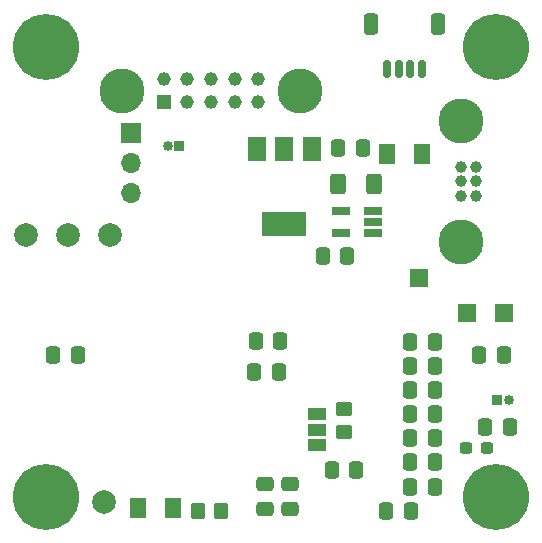
<source format=gts>
%TF.GenerationSoftware,KiCad,Pcbnew,7.0.2*%
%TF.CreationDate,2024-04-23T17:59:15-04:00*%
%TF.ProjectId,processor,70726f63-6573-4736-9f72-2e6b69636164,rev?*%
%TF.SameCoordinates,Original*%
%TF.FileFunction,Soldermask,Top*%
%TF.FilePolarity,Negative*%
%FSLAX46Y46*%
G04 Gerber Fmt 4.6, Leading zero omitted, Abs format (unit mm)*
G04 Created by KiCad (PCBNEW 7.0.2) date 2024-04-23 17:59:15*
%MOMM*%
%LPD*%
G01*
G04 APERTURE LIST*
G04 Aperture macros list*
%AMRoundRect*
0 Rectangle with rounded corners*
0 $1 Rounding radius*
0 $2 $3 $4 $5 $6 $7 $8 $9 X,Y pos of 4 corners*
0 Add a 4 corners polygon primitive as box body*
4,1,4,$2,$3,$4,$5,$6,$7,$8,$9,$2,$3,0*
0 Add four circle primitives for the rounded corners*
1,1,$1+$1,$2,$3*
1,1,$1+$1,$4,$5*
1,1,$1+$1,$6,$7*
1,1,$1+$1,$8,$9*
0 Add four rect primitives between the rounded corners*
20,1,$1+$1,$2,$3,$4,$5,0*
20,1,$1+$1,$4,$5,$6,$7,0*
20,1,$1+$1,$6,$7,$8,$9,0*
20,1,$1+$1,$8,$9,$2,$3,0*%
G04 Aperture macros list end*
%ADD10C,3.800000*%
%ADD11R,1.150000X1.150000*%
%ADD12C,1.150000*%
%ADD13RoundRect,0.250000X-0.337500X-0.475000X0.337500X-0.475000X0.337500X0.475000X-0.337500X0.475000X0*%
%ADD14C,5.600000*%
%ADD15RoundRect,0.250000X0.337500X0.475000X-0.337500X0.475000X-0.337500X-0.475000X0.337500X-0.475000X0*%
%ADD16C,2.000000*%
%ADD17RoundRect,0.250001X-0.462499X-0.624999X0.462499X-0.624999X0.462499X0.624999X-0.462499X0.624999X0*%
%ADD18R,1.500000X1.500000*%
%ADD19R,1.500000X1.000000*%
%ADD20RoundRect,0.250000X-0.400000X-0.625000X0.400000X-0.625000X0.400000X0.625000X-0.400000X0.625000X0*%
%ADD21RoundRect,0.250000X-0.450000X0.350000X-0.450000X-0.350000X0.450000X-0.350000X0.450000X0.350000X0*%
%ADD22RoundRect,0.237500X-0.300000X-0.237500X0.300000X-0.237500X0.300000X0.237500X-0.300000X0.237500X0*%
%ADD23R,1.500000X2.000000*%
%ADD24R,3.800000X2.000000*%
%ADD25C,1.000000*%
%ADD26R,1.700000X1.700000*%
%ADD27O,1.700000X1.700000*%
%ADD28R,0.850000X0.850000*%
%ADD29O,0.850000X0.850000*%
%ADD30RoundRect,0.150000X0.150000X0.625000X-0.150000X0.625000X-0.150000X-0.625000X0.150000X-0.625000X0*%
%ADD31RoundRect,0.250000X0.350000X0.650000X-0.350000X0.650000X-0.350000X-0.650000X0.350000X-0.650000X0*%
%ADD32RoundRect,0.250000X0.475000X-0.337500X0.475000X0.337500X-0.475000X0.337500X-0.475000X-0.337500X0*%
%ADD33RoundRect,0.250000X0.350000X0.450000X-0.350000X0.450000X-0.350000X-0.450000X0.350000X-0.450000X0*%
%ADD34RoundRect,0.250000X-0.475000X0.337500X-0.475000X-0.337500X0.475000X-0.337500X0.475000X0.337500X0*%
%ADD35R,1.560000X0.650000*%
G04 APERTURE END LIST*
D10*
%TO.C,J3*%
X156478000Y-72898000D03*
X141478000Y-72898000D03*
D11*
X144978000Y-73898000D03*
D12*
X144978000Y-71898000D03*
X146978000Y-73898000D03*
X146978000Y-71898000D03*
X148978000Y-73898000D03*
X148978000Y-71898000D03*
X150978000Y-73898000D03*
X150978000Y-71898000D03*
X152978000Y-73898000D03*
X152978000Y-71898000D03*
%TD*%
D13*
%TO.C,C2*%
X171682500Y-95250000D03*
X173757500Y-95250000D03*
%TD*%
D14*
%TO.C,H3*%
X135000000Y-107300000D03*
%TD*%
D15*
%TO.C,C14*%
X167910155Y-94161155D03*
X165835155Y-94161155D03*
%TD*%
D16*
%TO.C,TP3*%
X140462000Y-85090000D03*
%TD*%
D15*
%TO.C,C19*%
X167915500Y-104359155D03*
X165840500Y-104359155D03*
%TD*%
D17*
%TO.C,F1*%
X163866500Y-78232000D03*
X166841500Y-78232000D03*
%TD*%
D18*
%TO.C,TP1*%
X170688000Y-91694000D03*
%TD*%
D19*
%TO.C,JP1*%
X157988000Y-100300000D03*
X157988000Y-101600000D03*
X157988000Y-102900000D03*
%TD*%
D15*
%TO.C,C20*%
X137689500Y-95250000D03*
X135614500Y-95250000D03*
%TD*%
D20*
%TO.C,R1*%
X159714000Y-80772000D03*
X162814000Y-80772000D03*
%TD*%
D15*
%TO.C,C13*%
X167910155Y-102289155D03*
X165835155Y-102289155D03*
%TD*%
D16*
%TO.C,TP4*%
X136906000Y-85090000D03*
%TD*%
D15*
%TO.C,C18*%
X167915500Y-106426000D03*
X165840500Y-106426000D03*
%TD*%
%TO.C,C16*%
X167910155Y-98225155D03*
X165835155Y-98225155D03*
%TD*%
D21*
%TO.C,R3*%
X160274000Y-99838000D03*
X160274000Y-101838000D03*
%TD*%
D15*
%TO.C,C8*%
X154706500Y-96759000D03*
X152631500Y-96759000D03*
%TD*%
D22*
%TO.C,FB1*%
X170587500Y-103124000D03*
X172312500Y-103124000D03*
%TD*%
D15*
%TO.C,C10*%
X165878155Y-108512155D03*
X163803155Y-108512155D03*
%TD*%
D14*
%TO.C,H1*%
X135000000Y-69200000D03*
%TD*%
D23*
%TO.C,U1*%
X157494000Y-77876000D03*
X155194000Y-77876000D03*
X152894000Y-77876000D03*
D24*
X155194000Y-84176000D03*
%TD*%
D13*
%TO.C,C1*%
X159744500Y-77724000D03*
X161819500Y-77724000D03*
%TD*%
D10*
%TO.C,J1*%
X170180000Y-85738000D03*
X170180000Y-75438000D03*
D25*
X170180000Y-79338000D03*
X170180000Y-80588000D03*
X170180000Y-81838000D03*
X171430000Y-79338000D03*
X171430000Y-80588000D03*
X171430000Y-81838000D03*
%TD*%
D18*
%TO.C,TP2*%
X173761400Y-91744800D03*
%TD*%
D26*
%TO.C,J8*%
X142240000Y-76454000D03*
D27*
X142240000Y-78994000D03*
X142240000Y-81534000D03*
%TD*%
D28*
%TO.C,J2*%
X173228000Y-99060000D03*
D29*
X174228000Y-99060000D03*
%TD*%
D13*
%TO.C,C6*%
X172190500Y-101346000D03*
X174265500Y-101346000D03*
%TD*%
D30*
%TO.C,J7*%
X166860000Y-71088000D03*
X165860000Y-71088000D03*
X164860000Y-71088000D03*
X163860000Y-71088000D03*
D31*
X168160000Y-67213000D03*
X162560000Y-67213000D03*
%TD*%
D15*
%TO.C,C15*%
X167910155Y-100257155D03*
X165835155Y-100257155D03*
%TD*%
D32*
%TO.C,C11*%
X153559155Y-108279655D03*
X153559155Y-106204655D03*
%TD*%
D15*
%TO.C,C17*%
X167910155Y-96193155D03*
X165835155Y-96193155D03*
%TD*%
D33*
%TO.C,R2*%
X149860000Y-108458000D03*
X147860000Y-108458000D03*
%TD*%
D13*
%TO.C,C4*%
X158453000Y-86868000D03*
X160528000Y-86868000D03*
%TD*%
D17*
%TO.C,D1*%
X142784500Y-108204000D03*
X145759500Y-108204000D03*
%TD*%
D13*
%TO.C,C12*%
X152758500Y-94092000D03*
X154833500Y-94092000D03*
%TD*%
D14*
%TO.C,H4*%
X173100000Y-107300000D03*
%TD*%
D16*
%TO.C,TP7*%
X133350000Y-85090000D03*
%TD*%
D34*
%TO.C,C7*%
X155702000Y-106226155D03*
X155702000Y-108301155D03*
%TD*%
D18*
%TO.C,TP6*%
X166624000Y-88773000D03*
%TD*%
D15*
%TO.C,C9*%
X161260700Y-105054400D03*
X159185700Y-105054400D03*
%TD*%
D35*
%TO.C,U3*%
X162668000Y-84958000D03*
X162668000Y-84008000D03*
X162668000Y-83058000D03*
X159968000Y-83058000D03*
X159968000Y-84958000D03*
%TD*%
D16*
%TO.C,TP5*%
X139954000Y-107696000D03*
%TD*%
D28*
%TO.C,J5*%
X146304000Y-77597000D03*
D29*
X145304000Y-77597000D03*
%TD*%
D14*
%TO.C,H2*%
X173100000Y-69200000D03*
%TD*%
M02*

</source>
